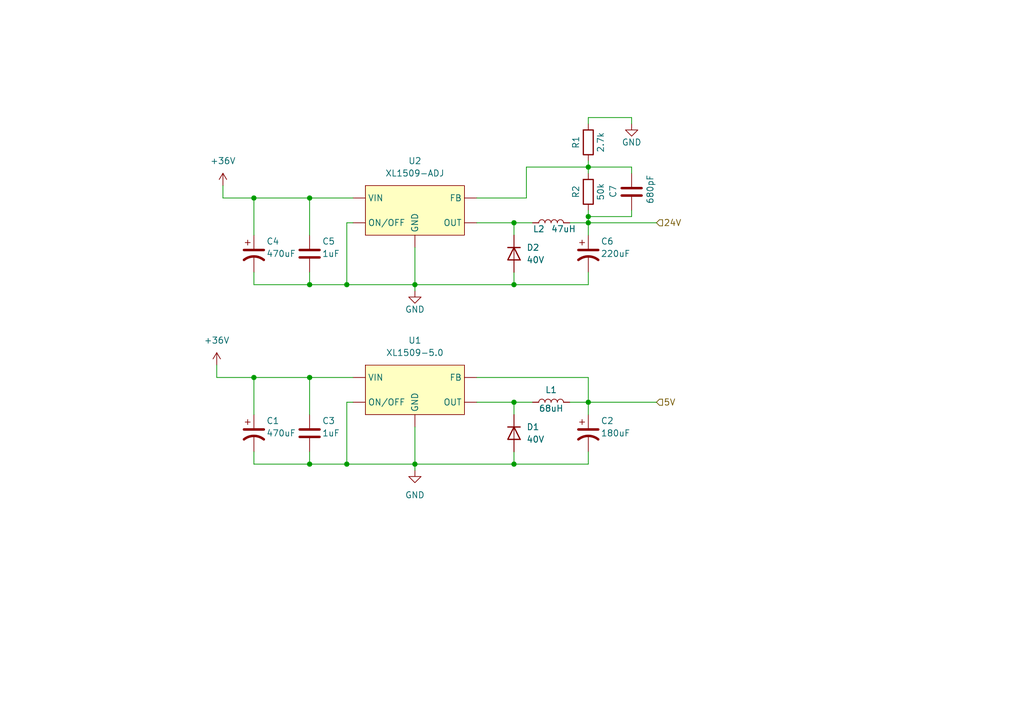
<source format=kicad_sch>
(kicad_sch (version 20211123) (generator eeschema)
  (paper "A5")
  (lib_symbols
    (symbol "Device:C" (pin_numbers hide) (pin_names (offset 0.254))
      (property "Reference" "C" (at 0.635 2.54 0))
      (property "Value" "C" (at 0.635 -2.54 0))
      (symbol "C_0_1"
        (polyline (pts (xy -2.032 -0.762) (xy 2.032 -0.762)) (stroke (width 0.508)))
        (polyline (pts (xy -2.032 0.762) (xy 2.032 0.762)) (stroke (width 0.508)))
      )
      (symbol "C_1_1"
        (pin passive line (at 0 3.81 270) (length 2.794) (name "~") (number "1"))
        (pin passive line (at 0 -3.81 90) (length 2.794) (name "~") (number "2"))
      )
    )
    (symbol "Device:C_Polarized_US" (pin_numbers hide) (pin_names (offset 0.254) hide)
      (property "Reference" "C" (at 0.635 2.54 0))
      (property "Value" "C_Polarized_US" (at 0.635 -2.54 0))
      (symbol "C_Polarized_US_0_1"
        (polyline (pts (xy -2.032 0.762) (xy 2.032 0.762)) (stroke (width 0.508)))
        (polyline (pts (xy -1.778 2.286) (xy -0.762 2.286)))
        (polyline (pts (xy -1.27 1.778) (xy -1.27 2.794)))
        (arc (start 2.032 -1.27) (mid 0 -0.5572) (end -2.032 -1.27) (stroke (width 0.508)))
      )
      (symbol "C_Polarized_US_1_1"
        (pin passive line (at 0 3.81 270) (length 2.794) (name "~") (number "1"))
        (pin passive line (at 0 -3.81 90) (length 3.302) (name "~") (number "2"))
      )
    )
    (symbol "Device:D" (pin_numbers hide) (pin_names (offset 1.016) hide)
      (property "Reference" "D" (at 0 2.54 0))
      (property "Value" "D" (at 0 -2.54 0))
      (symbol "D_0_1"
        (polyline (pts (xy -1.27 1.27) (xy -1.27 -1.27)) (stroke (width 0.254)))
        (polyline (pts (xy 1.27 0) (xy -1.27 0)))
        (polyline (pts (xy 1.27 1.27) (xy 1.27 -1.27) (xy -1.27 0) (xy 1.27 1.27)) (stroke (width 0.254)))
      )
      (symbol "D_1_1"
        (pin passive line (at -3.81 0 0) (length 2.54) (name "K") (number "1"))
        (pin passive line (at 3.81 0 180) (length 2.54) (name "A") (number "2"))
      )
    )
    (symbol "Device:L" (pin_numbers hide) (pin_names (offset 1.016) hide)
      (property "Reference" "L" (at -1.27 0 90))
      (property "Value" "L" (at 1.905 0 90))
      (symbol "L_0_1"
        (arc (start 0 -2.54) (mid 0.635 -1.905) (end 0 -1.27))
        (arc (start 0 -1.27) (mid 0.635 -0.635) (end 0 0))
        (arc (start 0 0) (mid 0.635 0.635) (end 0 1.27))
        (arc (start 0 1.27) (mid 0.635 1.905) (end 0 2.54))
      )
      (symbol "L_1_1"
        (pin passive line (at 0 3.81 270) (length 1.27) (name "1") (number "1"))
        (pin passive line (at 0 -3.81 90) (length 1.27) (name "2") (number "2"))
      )
    )
    (symbol "Device:R" (pin_numbers hide) (pin_names (offset 0))
      (property "Reference" "R" (at 2.032 0 90))
      (property "Value" "R" (at 0 0 90))
      (symbol "R_0_1"
        (rectangle (start -1.016 -2.54) (end 1.016 2.54) (stroke (width 0.254)))
      )
      (symbol "R_1_1"
        (pin passive line (at 0 3.81 270) (length 1.27) (name "~") (number "1"))
        (pin passive line (at 0 -3.81 90) (length 1.27) (name "~") (number "2"))
      )
    )
    (symbol "StackCabinet:XL1509-5.0"
      (property "Reference" "U" (at 0 0 0))
      (property "Value" "XL1509-5.0" (at 0 -2.54 0))
      (symbol "XL1509-5.0_0_1"
        (rectangle (start -10.16 -3.81) (end 10.16 -13.97) (fill (type background)))
      )
      (symbol "XL1509-5.0_1_1"
        (pin output line (at 12.7 -6.35 180) (length 2.54) (name "FB") (number ""))
        (pin output line (at 0 -16.51 90) (length 2.54) (name "GND") (number ""))
        (pin input line (at -12.7 -11.43 0) (length 2.54) (name "ON/OFF") (number ""))
        (pin power_out line (at 12.7 -11.43 180) (length 2.54) (name "OUT") (number ""))
        (pin power_in line (at -12.7 -6.35 0) (length 2.54) (name "VIN") (number ""))
      )
    )
    (symbol "StackCabinet:XL1509-ADJ"
      (property "Reference" "U" (at 0 1.27 0))
      (property "Value" "XL1509-ADJ" (at 0 -1.27 0))
      (symbol "XL1509-ADJ_0_1"
        (rectangle (start -10.16 -2.54) (end 10.16 -12.7) (fill (type background)))
      )
      (symbol "XL1509-ADJ_1_1"
        (pin output line (at 12.7 -5.08 180) (length 2.54) (name "FB") (number ""))
        (pin output line (at 0 -15.24 90) (length 2.54) (name "GND") (number ""))
        (pin input line (at -12.7 -10.16 0) (length 2.54) (name "ON/OFF") (number ""))
        (pin power_out line (at 12.7 -10.16 180) (length 2.54) (name "OUT") (number ""))
        (pin power_in line (at -12.7 -5.08 0) (length 2.54) (name "VIN") (number ""))
      )
    )
    (symbol "power:+36V" (power) (pin_names (offset 0))
      (property "Value" "+36V" (at 0 3.556 0))
      (symbol "+36V_0_1"
        (polyline (pts (xy -0.762 1.27) (xy 0 2.54)))
        (polyline (pts (xy 0 0) (xy 0 2.54)))
        (polyline (pts (xy 0 2.54) (xy 0.762 1.27)))
      )
      (symbol "+36V_1_1"
        (pin power_in line (at 0 0 90) (length 0) hide (name "+36V") (number "1"))
      )
    )
    (symbol "power:GND" (power) (pin_names (offset 0))
      (property "Value" "GND" (at 0 -3.81 0))
      (symbol "GND_0_1"
        (polyline (pts (xy 0 0) (xy 0 -1.27) (xy 1.27 -1.27) (xy 0 -2.54) (xy -1.27 -1.27) (xy 0 -1.27)))
      )
      (symbol "GND_1_1"
        (pin power_in line (at 0 0 270) (length 0) hide (name "GND") (number "1"))
      )
    )
  )
  (junction (at 120.65 34.29))
  (junction (at 120.65 44.45))
  (junction (at 63.5 40.64))
  (junction (at 52.07 77.47))
  (junction (at 63.5 58.42))
  (junction (at 63.5 95.25))
  (junction (at 105.41 82.55))
  (junction (at 52.07 40.64))
  (junction (at 105.41 58.42))
  (junction (at 63.5 77.47))
  (junction (at 105.41 45.72))
  (junction (at 85.09 95.25))
  (junction (at 85.09 58.42))
  (junction (at 71.12 58.42))
  (junction (at 120.65 82.55))
  (junction (at 105.41 95.25))
  (junction (at 120.65 45.72))
  (junction (at 71.12 95.25))
  (wire (pts (xy 105.41 95.25) (xy 120.65 95.25)))
  (wire (pts (xy 105.41 55.88) (xy 105.41 58.42)))
  (wire (pts (xy 105.41 82.55) (xy 109.22 82.55)))
  (wire (pts (xy 71.12 95.25) (xy 85.09 95.25)))
  (wire (pts (xy 120.65 77.47) (xy 97.79 77.47)))
  (wire (pts (xy 105.41 82.55) (xy 97.79 82.55)))
  (wire (pts (xy 116.84 45.72) (xy 120.65 45.72)))
  (wire (pts (xy 120.65 82.55) (xy 120.65 77.47)))
  (wire (pts (xy 85.09 87.63) (xy 85.09 95.25)))
  (wire (pts (xy 120.65 45.72) (xy 120.65 48.26)))
  (wire (pts (xy 129.54 35.56) (xy 129.54 34.29)))
  (wire (pts (xy 120.65 55.88) (xy 120.65 58.42)))
  (wire (pts (xy 97.79 40.64) (xy 107.95 40.64)))
  (wire (pts (xy 52.07 55.88) (xy 52.07 58.42)))
  (wire (pts (xy 52.07 77.47) (xy 44.45 77.47)))
  (wire (pts (xy 63.5 77.47) (xy 72.39 77.47)))
  (wire (pts (xy 120.65 58.42) (xy 105.41 58.42)))
  (wire (pts (xy 120.65 44.45) (xy 120.65 45.72)))
  (wire (pts (xy 105.41 95.25) (xy 105.41 92.71)))
  (wire (pts (xy 72.39 82.55) (xy 71.12 82.55)))
  (wire (pts (xy 71.12 58.42) (xy 71.12 45.72)))
  (wire (pts (xy 107.95 34.29) (xy 120.65 34.29)))
  (wire (pts (xy 120.65 95.25) (xy 120.65 92.71)))
  (wire (pts (xy 85.09 58.42) (xy 71.12 58.42)))
  (wire (pts (xy 120.65 43.18) (xy 120.65 44.45)))
  (wire (pts (xy 120.65 45.72) (xy 134.62 45.72)))
  (wire (pts (xy 105.41 58.42) (xy 85.09 58.42)))
  (wire (pts (xy 44.45 77.47) (xy 44.45 74.93)))
  (wire (pts (xy 45.72 40.64) (xy 52.07 40.64)))
  (wire (pts (xy 71.12 82.55) (xy 71.12 95.25)))
  (wire (pts (xy 52.07 40.64) (xy 52.07 48.26)))
  (wire (pts (xy 120.65 85.09) (xy 120.65 82.55)))
  (wire (pts (xy 63.5 95.25) (xy 71.12 95.25)))
  (wire (pts (xy 85.09 95.25) (xy 85.09 96.52)))
  (wire (pts (xy 52.07 77.47) (xy 52.07 85.09)))
  (wire (pts (xy 52.07 77.47) (xy 63.5 77.47)))
  (wire (pts (xy 63.5 58.42) (xy 71.12 58.42)))
  (wire (pts (xy 120.65 33.02) (xy 120.65 34.29)))
  (wire (pts (xy 71.12 45.72) (xy 72.39 45.72)))
  (wire (pts (xy 85.09 58.42) (xy 85.09 59.69)))
  (wire (pts (xy 52.07 95.25) (xy 63.5 95.25)))
  (wire (pts (xy 63.5 55.88) (xy 63.5 58.42)))
  (wire (pts (xy 105.41 85.09) (xy 105.41 82.55)))
  (wire (pts (xy 63.5 40.64) (xy 63.5 48.26)))
  (wire (pts (xy 63.5 92.71) (xy 63.5 95.25)))
  (wire (pts (xy 45.72 38.1) (xy 45.72 40.64)))
  (wire (pts (xy 105.41 45.72) (xy 105.41 48.26)))
  (wire (pts (xy 129.54 43.18) (xy 129.54 44.45)))
  (wire (pts (xy 129.54 34.29) (xy 120.65 34.29)))
  (wire (pts (xy 129.54 44.45) (xy 120.65 44.45)))
  (wire (pts (xy 107.95 40.64) (xy 107.95 34.29)))
  (wire (pts (xy 120.65 34.29) (xy 120.65 35.56)))
  (wire (pts (xy 63.5 77.47) (xy 63.5 85.09)))
  (wire (pts (xy 120.65 24.13) (xy 129.54 24.13)))
  (wire (pts (xy 129.54 25.4) (xy 129.54 24.13)))
  (wire (pts (xy 105.41 45.72) (xy 109.22 45.72)))
  (wire (pts (xy 85.09 95.25) (xy 105.41 95.25)))
  (wire (pts (xy 97.79 45.72) (xy 105.41 45.72)))
  (wire (pts (xy 52.07 58.42) (xy 63.5 58.42)))
  (wire (pts (xy 52.07 40.64) (xy 63.5 40.64)))
  (wire (pts (xy 63.5 40.64) (xy 72.39 40.64)))
  (wire (pts (xy 85.09 50.8) (xy 85.09 58.42)))
  (wire (pts (xy 116.84 82.55) (xy 120.65 82.55)))
  (wire (pts (xy 52.07 92.71) (xy 52.07 95.25)))
  (wire (pts (xy 120.65 25.4) (xy 120.65 24.13)))
  (wire (pts (xy 120.65 82.55) (xy 134.62 82.55)))
  (hierarchical_label "24V" (shape input) (at 134.62 45.72 0))
  (hierarchical_label "5V" (shape input) (at 134.62 82.55 0))
  (symbol (lib_id "Device:C_Polarized_US") (at 120.65 88.9 0) (unit 1)
    (property "Reference" "C2" (at 123.19 86.36 0) (effects (justify left)))
    (property "Value" "180uF" (at 123.19 88.9 0) (effects (justify left)))
    (property "Datasheet" "https://datasheet.lcsc.com/lcsc/1912111437_Ymin-LKMD0901V181MF_C442870.pdf" (effects hide))
    (property "Mfr. Part#" "LKMD0901V181MF" (effects hide))
    (property "LCSC Part#" "C442870" (effects hide))
  )
  (symbol (lib_id "Device:R") (at 120.65 39.37 180) (unit 1)
    (property "Reference" "R2" (at 118.11 39.37 90))
    (property "Value" "50k" (at 123.19 39.37 90))
    (property "Datasheet" "https://datasheet.lcsc.com/lcsc/2105241808_Viking-Tech-ARG05DTC5002_C2828840.pdf" (effects hide))
    (property "Mfr. Part#" "ARG05DTC5002" (effects hide))
    (property "LCSC Part#" "C2828840" (effects hide))
  )
  (symbol (lib_id "Device:R") (at 120.65 29.21 180) (unit 1)
    (property "Reference" "R1" (at 118.11 29.21 90))
    (property "Value" "2.7k" (at 123.19 29.21 90))
    (property "Datasheet" "https://datasheet.lcsc.com/lcsc/1810261825_Viking-Tech-ARG05FTC2701_C218493.pdf" (effects hide))
    (property "Mfr. Part#" "ARG05FTC2701" (effects hide))
    (property "LCSC Part#" "C218493" (effects hide))
  )
  (symbol (lib_id "Device:L") (at 113.03 82.55 90) (unit 1)
    (property "Reference" "L1" (at 113.03 80.01 90))
    (property "Value" "68uH" (at 113.03 83.82 90))
    (property "Datasheet" "https://datasheet.lcsc.com/lcsc/2108160930_Sunlord-ACPR1208S680MT_C2846222.pdf" (effects hide))
    (property "Mfr. Part#" "ACPR1208S680MT " (effects hide))
  )
  (symbol (lib_id "power:+36V") (at 45.72 38.1 0) (unit 1)
    (property "Reference" "#PWR0101" (effects hide))
    (property "Value" "+36V" (at 45.72 33.02 0))
  )
  (symbol (lib_id "power:+36V") (at 44.45 74.93 0) (unit 1)
    (property "Reference" "#PWR0103" (effects hide))
    (property "Value" "+36V" (at 44.45 69.85 0))
  )
  (symbol (lib_id "Device:D") (at 105.41 52.07 270) (unit 1)
    (property "Reference" "D2" (at 107.95 50.8 90) (effects (justify left)))
    (property "Value" "40V" (at 107.95 53.34 90) (effects (justify left)))
    (property "Datasheet" "https://datasheet.lcsc.com/lcsc/2205161616_KUU-DSK34_C3015221.pdf" (effects hide))
    (property "Mfr. Part#" "DSK34" (effects hide))
    (property "LCSC Part#" "C3015221" (effects hide))
  )
  (symbol (lib_id "power:GND") (at 129.54 25.4 0) (unit 1)
    (property "Reference" "#PWR?" (effects hide))
    (property "Value" "GND" (at 129.54 29.21 0))
  )
  (symbol (lib_id "Device:C_Polarized_US") (at 52.07 88.9 0) (unit 1)
    (property "Reference" "C1" (at 54.61 86.36 0) (effects (justify left)))
    (property "Value" "470uF" (at 54.61 88.9 0) (effects (justify left)))
    (property "Datasheet" "https://datasheet.lcsc.com/lcsc/1912111437_Ymin-LKMD0901V181MF_C442870.pdf" (effects hide))
    (property "Mfr. Part#" "ECR1VGK471MFA100016" (effects hide))
    (property "LCSC Part#" "C397095" (effects hide))
  )
  (symbol (lib_id "StackCabinet:XL1509-ADJ") (at 85.09 35.56 0) (unit 1)
    (property "Reference" "U2" (at 85.09 33.02 0))
    (property "Value" "XL1509-ADJ" (at 85.09 35.56 0))
  )
  (symbol (lib_id "Device:C") (at 63.5 88.9 0) (unit 1)
    (property "Reference" "C3" (at 66.04 86.36 0) (effects (justify left)))
    (property "Value" "1uF" (at 66.04 88.9 0) (effects (justify left)))
    (property "Datasheet" "https://datasheet.lcsc.com/lcsc/1811141612_YAGEO-CC0805KKX7R9BB105_C91185.pdf" (effects hide))
    (property "Mfr. Part#" "CC0805KKX7R9BB105" (effects hide))
    (property "LCSC Part#" "C91185" (effects hide))
  )
  (symbol (lib_id "power:GND") (at 85.09 59.69 0) (unit 1)
    (property "Reference" "#PWR0104" (effects hide))
    (property "Value" "GND" (at 85.09 63.5 0))
  )
  (symbol (lib_id "StackCabinet:XL1509-5.0") (at 85.09 71.12 0) (unit 1)
    (property "Reference" "U1" (at 85.09 69.85 0))
    (property "Value" "XL1509-5.0" (at 85.09 72.39 0))
    (property "Datasheet" "https://datasheet.lcsc.com/lcsc/1809050422_XLSEMI-XL1509-5-0E1_C61063.pdf" (effects hide))
    (property "Mfr. Part#" "XL1509-5.0E1" (effects hide))
    (property "LCSC Part#" "C61063" (effects hide))
  )
  (symbol (lib_id "Device:C") (at 129.54 39.37 0) (unit 1)
    (property "Reference" "C7" (at 125.73 40.64 90) (effects (justify left)))
    (property "Value" "680pF" (at 133.35 41.91 90) (effects (justify left)))
    (property "Datasheet" "https://datasheet.lcsc.com/lcsc/1811012205_Walsin-Tech-Corp-0805B681K500CT_C152864.pdf" (effects hide))
    (property "Mfr. Part#" "0805B681K500CT" (effects hide))
    (property "LCSC Part#" "C152864" (effects hide))
  )
  (symbol (lib_id "power:GND") (at 85.09 96.52 0) (unit 1)
    (property "Reference" "#PWR0102" (effects hide))
    (property "Value" "GND" (at 85.09 101.6 0))
  )
  (symbol (lib_id "Device:C") (at 63.5 52.07 0) (unit 1)
    (property "Reference" "C5" (at 66.04 49.53 0) (effects (justify left)))
    (property "Value" "1uF" (at 66.04 52.07 0) (effects (justify left)))
    (property "Datasheet" "https://datasheet.lcsc.com/lcsc/1811141612_YAGEO-CC0805KKX7R9BB105_C91185.pdf" (effects hide))
    (property "Mfr. Part#" "CC0805KKX7R9BB105" (effects hide))
    (property "LCSC Part#" "C91185" (effects hide))
  )
  (symbol (lib_id "Device:C_Polarized_US") (at 52.07 52.07 0) (unit 1)
    (property "Reference" "C4" (at 54.61 49.53 0) (effects (justify left)))
    (property "Value" "470uF" (at 54.61 52.07 0) (effects (justify left)))
    (property "Datasheet" "https://datasheet.lcsc.com/lcsc/1912111437_Ymin-LKMD0901V181MF_C442870.pdf" (effects hide))
    (property "Mfr. Part#" "ECR1VGK471MFA100016" (effects hide))
    (property "LCSC Part#" "C397095" (effects hide))
  )
  (symbol (lib_id "Device:L") (at 113.03 45.72 90) (unit 1)
    (property "Reference" "L2" (at 110.49 46.99 90))
    (property "Value" "47uH" (at 115.57 46.99 90))
    (property "Datasheet" "https://datasheet.lcsc.com/lcsc/2209140930_YJYCOIN-YNR1050-470M_C5142143.pdf" (effects hide))
    (property "Mfr. Part#" " YNR1050-470M" (effects hide))
    (property "LCSC part#" "C5142143" (effects hide))
  )
  (symbol (lib_id "Device:C_Polarized_US") (at 120.65 52.07 0) (unit 1)
    (property "Reference" "C6" (at 123.19 49.53 0) (effects (justify left)))
    (property "Value" "220uF" (at 123.19 52.07 0) (effects (justify left)))
    (property "Datasheet" "https://datasheet.lcsc.com/lcsc/1808041448_Nantong-Jianghai-Capacitor-ECR1VBK221MLL080011_C221302.pdf" (effects hide))
    (property "Mfr. Part#" "ECR1VBK221MLL080011" (effects hide))
    (property "LCSC Part#" "C221302" (effects hide))
  )
  (symbol (lib_id "Device:D") (at 105.41 88.9 270) (unit 1)
    (property "Reference" "D1" (at 107.95 87.63 90) (effects (justify left)))
    (property "Value" "40V" (at 107.95 90.17 90) (effects (justify left)))
    (property "Datasheet" "https://datasheet.lcsc.com/lcsc/2205161616_KUU-DSK34_C3015221.pdf" (effects hide))
    (property "Mfr. Part#" "DSK34" (effects hide))
    (property "LCSC Part#" "C3015221" (effects hide))
  )
)
</source>
